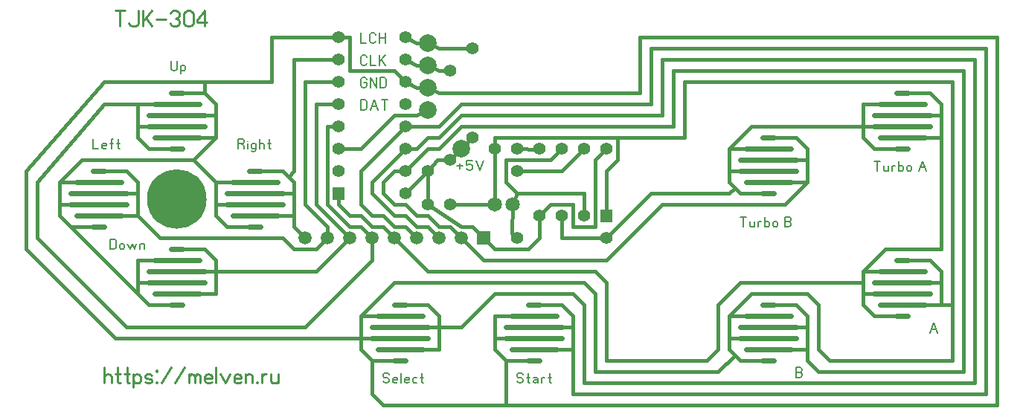
<source format=gbr>
%FSLAX34Y34*%
%MOMM*%
%LNCOPPER_TOP*%
G71*
G01*
%ADD10C,0.206*%
%ADD11C,0.400*%
%ADD12C,1.400*%
%ADD13C,2.000*%
%ADD14C,1.520*%
%ADD15C,0.600*%
%ADD16C,1.400*%
%ADD17C,1.640*%
%ADD18C,0.222*%
%LPD*%
G54D10*
X528400Y285344D02*
X535334Y285344D01*
G54D10*
X531867Y288233D02*
X531867Y282455D01*
G54D10*
X546311Y291844D02*
X539378Y291844D01*
X539378Y286788D01*
X540244Y286788D01*
X541978Y287511D01*
X543711Y287511D01*
X545444Y286788D01*
X546311Y285344D01*
X546311Y282455D01*
X545444Y281011D01*
X543711Y280288D01*
X541978Y280288D01*
X540244Y281011D01*
X539378Y282455D01*
G54D10*
X550354Y291844D02*
X554688Y280288D01*
X559021Y291844D01*
G54D10*
X422567Y380428D02*
X426033Y380428D01*
X426033Y376817D01*
X425167Y375372D01*
X423433Y374650D01*
X421700Y374650D01*
X419967Y375372D01*
X419100Y376817D01*
X419100Y384039D01*
X419967Y385483D01*
X421700Y386206D01*
X423433Y386206D01*
X425167Y385483D01*
X426033Y384039D01*
G54D10*
X430077Y374650D02*
X430077Y386206D01*
X437010Y374650D01*
X437010Y386206D01*
G54D10*
X441054Y374650D02*
X441054Y386206D01*
X445387Y386206D01*
X447121Y385483D01*
X447987Y384039D01*
X447987Y376817D01*
X447121Y375372D01*
X445387Y374650D01*
X441054Y374650D01*
G54D10*
X419100Y437006D02*
X419100Y425450D01*
X425167Y425450D01*
G54D10*
X436144Y427617D02*
X435278Y426172D01*
X433544Y425450D01*
X431811Y425450D01*
X430078Y426172D01*
X429211Y427617D01*
X429211Y434839D01*
X430078Y436283D01*
X431811Y437006D01*
X433544Y437006D01*
X435278Y436283D01*
X436144Y434839D01*
G54D10*
X440188Y425450D02*
X440188Y437006D01*
G54D10*
X447121Y425450D02*
X447121Y437006D01*
G54D10*
X440188Y431228D02*
X447121Y431228D01*
G54D10*
X426033Y402217D02*
X425167Y400772D01*
X423433Y400050D01*
X421700Y400050D01*
X419967Y400772D01*
X419100Y402217D01*
X419100Y409439D01*
X419967Y410883D01*
X421700Y411606D01*
X423433Y411606D01*
X425167Y410883D01*
X426033Y409439D01*
G54D10*
X430077Y411606D02*
X430077Y400050D01*
X436144Y400050D01*
G54D10*
X440188Y400050D02*
X440188Y411606D01*
G54D10*
X440188Y403661D02*
X447121Y411606D01*
G54D10*
X442788Y405828D02*
X447121Y400050D01*
G54D10*
X419100Y349250D02*
X419100Y360806D01*
X423433Y360806D01*
X425167Y360083D01*
X426033Y358639D01*
X426033Y351417D01*
X425167Y349972D01*
X423433Y349250D01*
X419100Y349250D01*
G54D10*
X430077Y349250D02*
X434410Y360806D01*
X438744Y349250D01*
G54D10*
X431810Y353583D02*
X437010Y353583D01*
G54D10*
X446255Y349250D02*
X446255Y360806D01*
G54D10*
X442788Y360806D02*
X449721Y360806D01*
G54D11*
X431800Y203200D02*
X431800Y177800D01*
X355600Y101600D01*
X152400Y101600D01*
X50800Y203200D01*
X50800Y266700D01*
X127000Y355600D01*
X165100Y355600D01*
G54D11*
X393700Y381000D02*
X355600Y381000D01*
X355600Y241300D01*
X381000Y215900D01*
X381000Y203200D01*
X368300Y190500D01*
X342900Y190500D01*
X330200Y203200D01*
X190500Y203200D01*
X165100Y228600D01*
G54D11*
X393700Y406400D02*
X342900Y406400D01*
X342900Y279400D01*
X336550Y273050D01*
G54D11*
X406400Y203200D02*
X368300Y165100D01*
X241300Y165100D01*
G36*
X386700Y247000D02*
X386700Y261000D01*
X400700Y261000D01*
X400700Y247000D01*
X386700Y247000D01*
G37*
X393700Y279400D02*
G54D12*
D03*
X393700Y304800D02*
G54D12*
D03*
X393700Y330200D02*
G54D12*
D03*
X393700Y355600D02*
G54D12*
D03*
X393700Y381000D02*
G54D12*
D03*
X393700Y406400D02*
G54D12*
D03*
X393700Y431800D02*
G54D12*
D03*
X469900Y431800D02*
G54D12*
D03*
X469900Y406400D02*
G54D12*
D03*
X469900Y381000D02*
G54D12*
D03*
X469900Y355600D02*
G54D12*
D03*
X469900Y330200D02*
G54D12*
D03*
X469900Y304800D02*
G54D12*
D03*
X469900Y279400D02*
G54D12*
D03*
X469900Y254000D02*
G54D12*
D03*
X533400Y304800D02*
G54D13*
D03*
X495300Y400050D02*
G54D13*
D03*
G54D11*
X469900Y406400D02*
X482600Y400050D01*
X495300Y400050D01*
G36*
X705500Y221600D02*
X691500Y221600D01*
X691500Y235600D01*
X705500Y235600D01*
X705500Y221600D01*
G37*
X673100Y228600D02*
G54D12*
D03*
X647700Y228600D02*
G54D12*
D03*
X622300Y228600D02*
G54D12*
D03*
X622300Y304800D02*
G54D12*
D03*
X647700Y304800D02*
G54D12*
D03*
X673100Y304800D02*
G54D12*
D03*
X698500Y304800D02*
G54D12*
D03*
G54D11*
X469900Y279400D02*
X495300Y304800D01*
X508000Y304800D01*
X533400Y330200D01*
X774700Y330200D01*
X774700Y393700D01*
X1104900Y393700D01*
X1104900Y50800D01*
X939800Y50800D01*
X927100Y63500D01*
X927100Y76200D01*
G54D11*
X990600Y152400D02*
X850900Y152400D01*
X825500Y127000D01*
X825500Y76200D01*
X812800Y63500D01*
X698500Y63500D01*
X698500Y152400D01*
X685800Y165100D01*
X495300Y165100D01*
X457200Y203200D01*
G54D11*
X844550Y69850D02*
X825500Y50800D01*
X685800Y50800D01*
X685800Y139700D01*
X673100Y152400D01*
X457200Y152400D01*
X419100Y114300D01*
G54D11*
X469900Y304800D02*
X482600Y304800D01*
X495300Y317500D01*
X508000Y317500D01*
X533400Y342900D01*
X762000Y342900D01*
X762000Y406400D01*
X1117600Y406400D01*
X1117600Y38100D01*
X673100Y38100D01*
X673100Y127000D01*
X660400Y139700D01*
X571500Y139700D01*
X533400Y101600D01*
X508000Y101600D01*
G54D11*
X469900Y330200D02*
X508000Y330200D01*
X533400Y355600D01*
X749300Y355600D01*
X749300Y419100D01*
X1130300Y419100D01*
X1130300Y25400D01*
X660400Y25400D01*
X660400Y76200D01*
G54D11*
X393700Y431800D02*
X317500Y431800D01*
X317500Y381000D01*
X127000Y381000D01*
X38100Y279400D01*
X38100Y190500D01*
X139700Y88900D01*
X419100Y88900D01*
X419100Y76200D01*
X431800Y63500D01*
X431800Y25400D01*
X444500Y12700D01*
X1143000Y12700D01*
X1143000Y431800D01*
X736600Y431800D01*
X736600Y368300D01*
X508000Y368300D01*
X495300Y374650D01*
X495300Y349250D02*
G54D13*
D03*
G54D11*
X393700Y304800D02*
X419100Y304800D01*
X457200Y342900D01*
X482600Y342900D01*
X495300Y349250D01*
X495300Y425450D02*
G54D13*
D03*
G36*
X566400Y195600D02*
X551200Y195600D01*
X551200Y210800D01*
X566400Y210800D01*
X566400Y195600D01*
G37*
X533400Y203200D02*
G54D14*
D03*
X508000Y203200D02*
G54D14*
D03*
X482600Y203200D02*
G54D14*
D03*
X457200Y203200D02*
G54D14*
D03*
X431800Y203200D02*
G54D14*
D03*
X406400Y203200D02*
G54D14*
D03*
X381000Y203200D02*
G54D14*
D03*
X355600Y203200D02*
G54D14*
D03*
G54D15*
X889000Y127000D02*
X876300Y127000D01*
G54D15*
X908050Y114300D02*
X857250Y114300D01*
G54D15*
X850900Y101600D02*
X914400Y101600D01*
G54D15*
X914400Y88900D02*
X850900Y88900D01*
G54D15*
X857250Y76200D02*
X908050Y76200D01*
G54D15*
X889000Y63500D02*
X876300Y63500D01*
G54D11*
X908050Y76200D02*
X927100Y76200D01*
X927100Y114300D01*
X914400Y127000D01*
X889000Y127000D01*
G54D11*
X857250Y114300D02*
X838200Y114300D01*
X838200Y76200D01*
X850900Y63500D01*
X876300Y63500D01*
G54D11*
X927100Y101600D02*
X914400Y101600D01*
G54D11*
X838200Y88900D02*
X850900Y88900D01*
G54D10*
X914400Y44450D02*
X914400Y56006D01*
X918734Y56006D01*
X920467Y55283D01*
X921334Y53839D01*
X921334Y52394D01*
X920467Y50950D01*
X918734Y50228D01*
X920467Y49506D01*
X921334Y48061D01*
X921334Y46617D01*
X920467Y45172D01*
X918734Y44450D01*
X914400Y44450D01*
G54D10*
X914400Y50228D02*
X918734Y50228D01*
G54D15*
X1041400Y177800D02*
X1028700Y177800D01*
G54D15*
X1060450Y165100D02*
X1009650Y165100D01*
G54D15*
X1003300Y152400D02*
X1066800Y152400D01*
G54D15*
X1066800Y139700D02*
X1003300Y139700D01*
G54D15*
X1009650Y127000D02*
X1060450Y127000D01*
G54D15*
X1041400Y114300D02*
X1028700Y114300D01*
G54D11*
X1060450Y127000D02*
X1079500Y127000D01*
X1079500Y165100D01*
X1066800Y177800D01*
X1041400Y177800D01*
G54D11*
X1009650Y165100D02*
X990600Y165100D01*
X990600Y127000D01*
X1003300Y114300D01*
X1028700Y114300D01*
G54D11*
X1079500Y152400D02*
X1066800Y152400D01*
G54D11*
X990600Y139700D02*
X1003300Y139700D01*
G54D10*
X1066800Y95250D02*
X1071133Y106806D01*
X1075467Y95250D01*
G54D10*
X1068533Y99583D02*
X1073733Y99583D01*
G54D15*
X622300Y127000D02*
X609600Y127000D01*
G54D15*
X641350Y114300D02*
X590550Y114300D01*
G54D15*
X584200Y101600D02*
X647700Y101600D01*
G54D15*
X647700Y88900D02*
X584200Y88900D01*
G54D15*
X590550Y76200D02*
X641350Y76200D01*
G54D15*
X622300Y63500D02*
X609600Y63500D01*
G54D11*
X641350Y76200D02*
X660400Y76200D01*
X660400Y114300D01*
X647700Y127000D01*
X622300Y127000D01*
G54D11*
X590550Y114300D02*
X571500Y114300D01*
X571500Y76200D01*
X584200Y63500D01*
X609600Y63500D01*
G54D11*
X660400Y101600D02*
X647700Y101600D01*
G54D11*
X571500Y88900D02*
X584200Y88900D01*
G54D10*
X596900Y40267D02*
X597767Y38822D01*
X599500Y38100D01*
X601233Y38100D01*
X602967Y38822D01*
X603833Y40267D01*
X603833Y41711D01*
X602967Y43156D01*
X601233Y43878D01*
X599500Y43878D01*
X597767Y44600D01*
X596900Y46044D01*
X596900Y47489D01*
X597767Y48933D01*
X599500Y49656D01*
X601233Y49656D01*
X602967Y48933D01*
X603833Y47489D01*
G54D10*
X609610Y49656D02*
X609610Y38822D01*
X610477Y38100D01*
X611344Y38389D01*
G54D10*
X607877Y44600D02*
X611344Y44600D01*
G54D10*
X615388Y43878D02*
X617121Y44600D01*
X619201Y44600D01*
X620588Y43156D01*
X620588Y38100D01*
G54D10*
X620588Y40267D02*
X619721Y41711D01*
X617988Y42000D01*
X616255Y41711D01*
X615388Y40267D01*
X615735Y38822D01*
X617121Y38100D01*
X617988Y38100D01*
X618335Y38100D01*
X619721Y38822D01*
X620588Y40267D01*
G54D10*
X624632Y38100D02*
X624632Y44600D01*
G54D10*
X624632Y43156D02*
X626365Y44600D01*
X628099Y44600D01*
G54D10*
X633876Y49656D02*
X633876Y38822D01*
X634743Y38100D01*
X635610Y38389D01*
G54D10*
X632143Y44600D02*
X635610Y44600D01*
G54D15*
X469900Y127000D02*
X457200Y127000D01*
G54D15*
X488950Y114300D02*
X438150Y114300D01*
G54D15*
X431800Y101600D02*
X495300Y101600D01*
G54D15*
X495300Y88900D02*
X431800Y88900D01*
G54D15*
X438150Y76200D02*
X488950Y76200D01*
G54D15*
X469900Y63500D02*
X457200Y63500D01*
G54D11*
X488950Y76200D02*
X508000Y76200D01*
X508000Y114300D01*
X495300Y127000D01*
X469900Y127000D01*
G54D11*
X438150Y114300D02*
X419100Y114300D01*
X419100Y76200D01*
X431800Y63500D01*
X457200Y63500D01*
G54D11*
X508000Y101600D02*
X495300Y101600D01*
G54D11*
X419100Y88900D02*
X431800Y88900D01*
G54D10*
X444500Y40267D02*
X445367Y38822D01*
X447100Y38100D01*
X448833Y38100D01*
X450567Y38822D01*
X451433Y40267D01*
X451433Y41711D01*
X450567Y43156D01*
X448833Y43878D01*
X447100Y43878D01*
X445367Y44600D01*
X444500Y46044D01*
X444500Y47489D01*
X445367Y48933D01*
X447100Y49656D01*
X448833Y49656D01*
X450567Y48933D01*
X451433Y47489D01*
G54D10*
X460677Y38822D02*
X459290Y38100D01*
X457557Y38100D01*
X455824Y38822D01*
X455477Y40267D01*
X455477Y42722D01*
X456344Y44167D01*
X458077Y44600D01*
X459810Y44167D01*
X460677Y43156D01*
X460677Y41711D01*
X455477Y41711D01*
G54D10*
X464721Y38100D02*
X464721Y49656D01*
G54D10*
X473965Y38822D02*
X472578Y38100D01*
X470845Y38100D01*
X469112Y38822D01*
X468765Y40267D01*
X468765Y42722D01*
X469632Y44167D01*
X471365Y44600D01*
X473098Y44167D01*
X473965Y43156D01*
X473965Y41711D01*
X468765Y41711D01*
G54D10*
X482342Y44167D02*
X480609Y44600D01*
X478876Y44167D01*
X478009Y42722D01*
X478009Y39833D01*
X478876Y38389D01*
X480609Y38100D01*
X482342Y38389D01*
G54D10*
X488119Y49656D02*
X488119Y38822D01*
X488986Y38100D01*
X489853Y38389D01*
G54D10*
X486386Y44600D02*
X489853Y44600D01*
G54D11*
X838200Y114300D02*
X863600Y139700D01*
X927100Y139700D01*
X939800Y127000D01*
X939800Y76200D01*
X952500Y63500D01*
X1092200Y63500D01*
X1092200Y127000D01*
X1079500Y127000D01*
G54D11*
X584200Y63500D02*
X584200Y12700D01*
G54D11*
X1079500Y317500D02*
X1079500Y190500D01*
X1016000Y190500D01*
X990600Y165100D01*
G54D15*
X215900Y190500D02*
X203200Y190500D01*
G54D15*
X234950Y177800D02*
X184150Y177800D01*
G54D15*
X177800Y165100D02*
X241300Y165100D01*
G54D15*
X241300Y152400D02*
X177800Y152400D01*
G54D15*
X184150Y139700D02*
X234950Y139700D01*
G54D15*
X215900Y127000D02*
X203200Y127000D01*
G54D11*
X234950Y139700D02*
X254000Y139700D01*
X254000Y177800D01*
X241300Y190500D01*
X215900Y190500D01*
G54D11*
X184150Y177800D02*
X165100Y177800D01*
X165100Y139700D01*
X177800Y127000D01*
X203200Y127000D01*
G54D11*
X254000Y165100D02*
X241300Y165100D01*
G54D11*
X165100Y152400D02*
X177800Y152400D01*
G54D10*
X133350Y190500D02*
X133350Y202056D01*
X137683Y202056D01*
X139417Y201333D01*
X140283Y199889D01*
X140283Y192667D01*
X139417Y191222D01*
X137683Y190500D01*
X133350Y190500D01*
G54D10*
X149527Y192233D02*
X149527Y195122D01*
X148660Y196567D01*
X146927Y197000D01*
X145194Y196567D01*
X144327Y195122D01*
X144327Y192233D01*
X145194Y190789D01*
X146927Y190500D01*
X148660Y190789D01*
X149527Y192233D01*
G54D10*
X153571Y197000D02*
X156171Y190500D01*
X158771Y197000D01*
X161371Y190500D01*
X163104Y197000D01*
G54D10*
X167148Y190500D02*
X167148Y197000D01*
G54D10*
X167148Y195556D02*
X168015Y196567D01*
X169748Y197000D01*
X171481Y196567D01*
X172348Y195556D01*
X172348Y190500D01*
G54D15*
X127000Y279400D02*
X114300Y279400D01*
G54D15*
X146050Y266700D02*
X95250Y266700D01*
G54D15*
X88900Y254000D02*
X152400Y254000D01*
G54D15*
X152400Y241300D02*
X88900Y241300D01*
G54D15*
X95250Y228600D02*
X146050Y228600D01*
G54D15*
X127000Y215900D02*
X114300Y215900D01*
G54D11*
X146050Y228600D02*
X165100Y228600D01*
X165100Y266700D01*
X152400Y279400D01*
X127000Y279400D01*
G54D11*
X95250Y266700D02*
X76200Y266700D01*
X76200Y228600D01*
X88900Y215900D01*
X114300Y215900D01*
G54D11*
X165100Y254000D02*
X152400Y254000D01*
G54D11*
X76200Y241300D02*
X88900Y241300D01*
G54D10*
X114300Y316356D02*
X114300Y304800D01*
X120367Y304800D01*
G54D10*
X129611Y305522D02*
X128224Y304800D01*
X126491Y304800D01*
X124758Y305522D01*
X124411Y306967D01*
X124411Y309422D01*
X125278Y310867D01*
X127011Y311300D01*
X128744Y310867D01*
X129611Y309856D01*
X129611Y308411D01*
X124411Y308411D01*
G54D10*
X135388Y304800D02*
X135388Y315633D01*
X136255Y316356D01*
X137122Y315922D01*
G54D10*
X133655Y311300D02*
X137122Y311300D01*
G54D10*
X142899Y316356D02*
X142899Y305522D01*
X143766Y304800D01*
X144633Y305089D01*
G54D10*
X141166Y311300D02*
X144633Y311300D01*
G54D15*
X304800Y279400D02*
X292100Y279400D01*
G54D15*
X323850Y266700D02*
X273050Y266700D01*
G54D15*
X266700Y254000D02*
X330200Y254000D01*
G54D15*
X330200Y241300D02*
X266700Y241300D01*
G54D15*
X273050Y228600D02*
X323850Y228600D01*
G54D15*
X304800Y215900D02*
X292100Y215900D01*
G54D11*
X323850Y228600D02*
X342900Y228600D01*
X342900Y266700D01*
X330200Y279400D01*
X304800Y279400D01*
G54D11*
X273050Y266700D02*
X254000Y266700D01*
X254000Y228600D01*
X266700Y215900D01*
X292100Y215900D01*
G54D11*
X342900Y254000D02*
X330200Y254000D01*
G54D11*
X254000Y241300D02*
X266700Y241300D01*
G54D10*
X282867Y310578D02*
X285467Y309133D01*
X286333Y307689D01*
X286333Y304800D01*
G54D10*
X279400Y304800D02*
X279400Y316356D01*
X283733Y316356D01*
X285467Y315633D01*
X286333Y314189D01*
X286333Y312744D01*
X285467Y311300D01*
X283733Y310578D01*
X279400Y310578D01*
G54D10*
X290377Y304800D02*
X290377Y311300D01*
G54D10*
X290377Y313467D02*
X290377Y313467D01*
G54D10*
X294421Y302633D02*
X296154Y301911D01*
X297368Y301911D01*
X299101Y302633D01*
X299621Y304078D01*
X299621Y311300D01*
G54D10*
X299621Y309422D02*
X298754Y310867D01*
X297021Y311300D01*
X295288Y310867D01*
X294421Y309422D01*
X294421Y306533D01*
X295288Y305089D01*
X297021Y304800D01*
X298754Y305089D01*
X299621Y306533D01*
G54D10*
X303665Y304800D02*
X303665Y316356D01*
G54D10*
X303665Y309422D02*
X304532Y310867D01*
X306265Y311300D01*
X307998Y310867D01*
X308865Y309422D01*
X308865Y304800D01*
G54D10*
X314642Y316356D02*
X314642Y305522D01*
X315509Y304800D01*
X316376Y305089D01*
G54D10*
X312909Y311300D02*
X316376Y311300D01*
G54D15*
X215900Y368300D02*
X203200Y368300D01*
G54D15*
X234950Y355600D02*
X184150Y355600D01*
G54D15*
X177800Y342900D02*
X241300Y342900D01*
G54D15*
X241300Y330200D02*
X177800Y330200D01*
G54D15*
X184150Y317500D02*
X234950Y317500D01*
G54D15*
X215900Y304800D02*
X203200Y304800D01*
G54D11*
X234950Y317500D02*
X254000Y317500D01*
X254000Y355600D01*
X241300Y368300D01*
X215900Y368300D01*
G54D11*
X184150Y355600D02*
X165100Y355600D01*
X165100Y317500D01*
X177800Y304800D01*
X203200Y304800D01*
G54D11*
X254000Y342900D02*
X241300Y342900D01*
G54D11*
X165100Y330200D02*
X177800Y330200D01*
G54D10*
X203200Y405256D02*
X203200Y395867D01*
X204067Y394422D01*
X205800Y393700D01*
X207533Y393700D01*
X209267Y394422D01*
X210133Y395867D01*
X210133Y405256D01*
G54D10*
X214177Y400200D02*
X214177Y390811D01*
G54D10*
X214177Y395867D02*
X215044Y393989D01*
X216777Y393700D01*
X218510Y393989D01*
X219377Y395433D01*
X219377Y398322D01*
X218510Y399767D01*
X216777Y400200D01*
X215044Y399767D01*
X214177Y398033D01*
G54D11*
G75*
G01X241300Y247650D02*
G03X241300Y247650I-31750J0D01*
G01*
G36*
G75*
G01X241300Y247650D02*
G03X241300Y247650I-31750J0D01*
G01*
G37*
X241300Y247650D01*
G54D11*
X165100Y139700D02*
X88900Y215900D01*
G54D11*
X76200Y266700D02*
X101600Y292100D01*
X228600Y292100D01*
X254000Y317500D01*
G54D11*
X254000Y266700D02*
X228600Y292100D01*
G54D11*
X241300Y368300D02*
X241300Y381000D01*
G54D11*
X393700Y330200D02*
X381000Y330200D01*
X381000Y241300D01*
X382080Y240884D01*
X393700Y228600D01*
X406400Y215900D01*
X419100Y215900D01*
X431800Y203200D01*
G54D11*
X546100Y317500D02*
X520700Y292100D01*
X506400Y292100D01*
X495300Y279400D01*
X469900Y254000D01*
G54D11*
X647700Y228600D02*
X647700Y203200D01*
X698500Y203200D01*
G54D11*
X1079500Y127000D02*
X1092200Y127000D01*
X1092200Y381000D01*
X787400Y381000D01*
X787400Y317500D01*
X571500Y317500D01*
X571500Y241300D01*
G54D11*
X342900Y228600D02*
X342900Y215900D01*
X355600Y203200D01*
G54D11*
X469900Y330200D02*
X419100Y279400D01*
X419100Y241300D01*
X431800Y228600D01*
X444500Y228600D01*
X457200Y215900D01*
X469900Y215900D01*
X482600Y203200D01*
G54D11*
X469900Y304800D02*
X431800Y266700D01*
X431800Y254000D01*
X457200Y228600D01*
X469900Y228600D01*
X482600Y215900D01*
X495300Y215900D01*
X508000Y203200D01*
G54D11*
X393700Y355600D02*
X368300Y355600D01*
X368300Y241300D01*
X406400Y203200D01*
G54D11*
X393700Y254000D02*
X393700Y241300D01*
X406400Y228600D01*
X419100Y228600D01*
X431800Y215900D01*
X444500Y215900D01*
X457200Y203200D01*
G54D11*
X469900Y279400D02*
X457200Y279400D01*
X444500Y266700D01*
X444500Y254000D01*
X457200Y241300D01*
X469900Y241300D01*
X482600Y228600D01*
X495300Y228600D01*
X508000Y215900D01*
X520700Y215900D01*
X533400Y203200D01*
X495300Y279400D02*
G54D16*
D03*
X596900Y279400D02*
G54D16*
D03*
X596900Y203200D02*
G54D16*
D03*
X698500Y203200D02*
G54D16*
D03*
G54D11*
X844550Y260350D02*
X838200Y254000D01*
X749300Y254000D01*
X698500Y203200D01*
X571500Y241300D02*
G54D17*
D03*
X591600Y241300D02*
G54D17*
D03*
G54D11*
X558800Y203200D02*
X571500Y190500D01*
X609600Y190500D01*
X622300Y203200D01*
X622300Y228600D01*
G54D11*
X673100Y228600D02*
X673100Y254000D01*
X596900Y254000D01*
X584200Y266700D01*
X584200Y292100D01*
X635000Y292100D01*
X647700Y304800D01*
G54D11*
X596900Y279400D02*
X647700Y279400D01*
X673100Y304800D01*
G54D11*
X495300Y425450D02*
X482600Y425450D01*
X469900Y431800D01*
G54D11*
X533400Y203200D02*
X558800Y177800D01*
X698500Y177800D01*
X762000Y241300D01*
X901700Y241300D01*
X927100Y266700D01*
G54D15*
X889000Y317500D02*
X876300Y317500D01*
G54D15*
X908050Y304800D02*
X857250Y304800D01*
G54D15*
X850900Y292100D02*
X914400Y292100D01*
G54D15*
X914400Y279400D02*
X850900Y279400D01*
G54D15*
X857250Y266700D02*
X908050Y266700D01*
G54D15*
X889000Y254000D02*
X876300Y254000D01*
G54D11*
X908050Y266700D02*
X927100Y266700D01*
X927100Y304800D01*
X914400Y317500D01*
X889000Y317500D01*
G54D11*
X857250Y304800D02*
X838200Y304800D01*
X838200Y266700D01*
X850900Y254000D01*
X876300Y254000D01*
G54D11*
X927100Y292100D02*
X914400Y292100D01*
G54D11*
X838200Y279400D02*
X850900Y279400D01*
G54D10*
X854367Y215900D02*
X854367Y227456D01*
G54D10*
X850900Y227456D02*
X857833Y227456D01*
G54D10*
X867077Y222400D02*
X867077Y215900D01*
G54D10*
X867077Y217344D02*
X866210Y216189D01*
X864477Y215900D01*
X862744Y216189D01*
X861877Y217344D01*
X861877Y222400D01*
G54D10*
X871121Y215900D02*
X871121Y222400D01*
G54D10*
X871121Y220956D02*
X872854Y222400D01*
X874588Y222400D01*
G54D10*
X878632Y215900D02*
X878632Y227456D01*
G54D10*
X878632Y220522D02*
X879499Y221967D01*
X881232Y222400D01*
X882965Y221967D01*
X883832Y220522D01*
X883832Y217633D01*
X882965Y216189D01*
X881232Y215900D01*
X879499Y216189D01*
X878632Y217633D01*
G54D10*
X893076Y217633D02*
X893076Y220522D01*
X892209Y221967D01*
X890476Y222400D01*
X888743Y221967D01*
X887876Y220522D01*
X887876Y217633D01*
X888743Y216189D01*
X890476Y215900D01*
X892209Y216189D01*
X893076Y217633D01*
G54D10*
X901337Y215900D02*
X901337Y227456D01*
X905670Y227456D01*
X907404Y226733D01*
X908270Y225289D01*
X908270Y223844D01*
X907404Y222400D01*
X905670Y221678D01*
X907404Y220956D01*
X908270Y219511D01*
X908270Y218067D01*
X907404Y216622D01*
X905670Y215900D01*
X901337Y215900D01*
G54D10*
X901337Y221678D02*
X905670Y221678D01*
G54D15*
X1041400Y368300D02*
X1028700Y368300D01*
G54D15*
X1060450Y355600D02*
X1009650Y355600D01*
G54D15*
X1003300Y342900D02*
X1066800Y342900D01*
G54D15*
X1066800Y330200D02*
X1003300Y330200D01*
G54D15*
X1009650Y317500D02*
X1060450Y317500D01*
G54D15*
X1041400Y304800D02*
X1028700Y304800D01*
G54D11*
X1060450Y317500D02*
X1079500Y317500D01*
X1079500Y355600D01*
X1066800Y368300D01*
X1041400Y368300D01*
G54D11*
X1009650Y355600D02*
X990600Y355600D01*
X990600Y317500D01*
X1003300Y304800D01*
X1028700Y304800D01*
G54D11*
X1079500Y342900D02*
X1066800Y342900D01*
G54D11*
X990600Y330200D02*
X1003300Y330200D01*
G54D10*
X1006767Y279400D02*
X1006767Y290956D01*
G54D10*
X1003300Y290956D02*
X1010233Y290956D01*
G54D10*
X1019477Y285900D02*
X1019477Y279400D01*
G54D10*
X1019477Y280844D02*
X1018610Y279689D01*
X1016877Y279400D01*
X1015144Y279689D01*
X1014277Y280844D01*
X1014277Y285900D01*
G54D10*
X1023521Y279400D02*
X1023521Y285900D01*
G54D10*
X1023521Y284456D02*
X1025254Y285900D01*
X1026988Y285900D01*
G54D10*
X1031032Y279400D02*
X1031032Y290956D01*
G54D10*
X1031032Y284022D02*
X1031899Y285467D01*
X1033632Y285900D01*
X1035365Y285467D01*
X1036232Y284022D01*
X1036232Y281133D01*
X1035365Y279689D01*
X1033632Y279400D01*
X1031899Y279689D01*
X1031032Y281133D01*
G54D10*
X1045476Y281133D02*
X1045476Y284022D01*
X1044609Y285467D01*
X1042876Y285900D01*
X1041143Y285467D01*
X1040276Y284022D01*
X1040276Y281133D01*
X1041143Y279689D01*
X1042876Y279400D01*
X1044609Y279689D01*
X1045476Y281133D01*
G54D10*
X1053737Y279400D02*
X1058070Y290956D01*
X1062404Y279400D01*
G54D10*
X1055470Y283733D02*
X1060670Y283733D01*
G54D11*
X838200Y304800D02*
X863600Y330200D01*
X990600Y330200D01*
X495300Y374650D02*
G54D13*
D03*
G54D11*
X469900Y381000D02*
X457200Y393700D01*
X406400Y393700D01*
X406400Y431800D01*
X393700Y431800D01*
X520700Y292100D02*
G54D16*
D03*
X520700Y393700D02*
G54D16*
D03*
X546100Y317500D02*
G54D16*
D03*
X546100Y419100D02*
G54D16*
D03*
G54D11*
X495300Y425450D02*
X508000Y419100D01*
X546100Y419100D01*
G54D11*
X495300Y400050D02*
X508000Y393700D01*
X520700Y393700D01*
G54D11*
X622300Y228600D02*
X635000Y241300D01*
X660400Y241300D01*
X660400Y215900D01*
X685800Y215900D01*
X685800Y292100D01*
X698500Y304800D01*
G54D11*
X698500Y228600D02*
X698500Y279400D01*
X711200Y292100D01*
X711200Y317500D01*
G54D11*
X591600Y241300D02*
X596900Y254000D01*
G54D11*
X591600Y241300D02*
X591224Y208876D01*
X596900Y203200D01*
G54D11*
X520700Y241300D02*
X571500Y241300D01*
G54D11*
X495300Y279400D02*
X495300Y241300D01*
X533400Y215900D01*
X546100Y215900D01*
X558800Y203200D01*
G54D11*
X609202Y304424D02*
X621924Y304424D01*
X622300Y304800D01*
G54D11*
X596900Y304800D02*
X621924Y304424D01*
X622300Y304800D01*
G54D11*
X469900Y381000D02*
X482600Y374650D01*
X495300Y374650D01*
G54D18*
X127000Y38100D02*
X127000Y55878D01*
G54D18*
X127000Y45211D02*
X128333Y47433D01*
X131000Y48100D01*
X133667Y47433D01*
X135000Y45211D01*
X135000Y38100D01*
G54D18*
X142556Y55878D02*
X142556Y39211D01*
X143889Y38100D01*
X145222Y38544D01*
G54D18*
X139889Y48100D02*
X145222Y48100D01*
G54D18*
X152778Y55878D02*
X152778Y39211D01*
X154111Y38100D01*
X155444Y38544D01*
G54D18*
X150111Y48100D02*
X155444Y48100D01*
G54D18*
X160333Y48100D02*
X160333Y33656D01*
G54D18*
X160333Y41433D02*
X161666Y38544D01*
X164333Y38100D01*
X167000Y38544D01*
X168333Y40767D01*
X168333Y45211D01*
X167000Y47433D01*
X164333Y48100D01*
X161666Y47433D01*
X160333Y44767D01*
G54D18*
X173222Y39211D02*
X175889Y38100D01*
X178555Y38100D01*
X181222Y39211D01*
X181222Y41433D01*
X179889Y42544D01*
X174555Y43656D01*
X173222Y44767D01*
X173222Y46989D01*
X175889Y48100D01*
X178555Y48100D01*
X181222Y46989D01*
G54D18*
X186111Y38100D02*
X187178Y38100D01*
X187178Y38989D01*
X186111Y38989D01*
X186111Y38100D01*
G54D18*
X187178Y51433D02*
X186111Y51433D01*
X186111Y52322D01*
X187178Y52322D01*
X187178Y51433D01*
G54D18*
X192067Y38100D02*
X202734Y55878D01*
G54D18*
X207623Y38100D02*
X218290Y55878D01*
G54D18*
X223179Y38100D02*
X223179Y48100D01*
G54D18*
X223179Y46322D02*
X225846Y48100D01*
X228512Y47433D01*
X229846Y45878D01*
X229846Y38100D01*
G54D18*
X229846Y46322D02*
X232512Y48100D01*
X235179Y47433D01*
X236512Y45878D01*
X236512Y38100D01*
G54D18*
X249401Y39211D02*
X247268Y38100D01*
X244601Y38100D01*
X241934Y39211D01*
X241401Y41433D01*
X241401Y45211D01*
X242734Y47433D01*
X245401Y48100D01*
X248068Y47433D01*
X249401Y45878D01*
X249401Y43656D01*
X241401Y43656D01*
G54D18*
X254290Y38100D02*
X254290Y55878D01*
G54D18*
X259179Y48100D02*
X264512Y38100D01*
X269846Y48100D01*
G54D18*
X282735Y39211D02*
X280602Y38100D01*
X277935Y38100D01*
X275268Y39211D01*
X274735Y41433D01*
X274735Y45211D01*
X276068Y47433D01*
X278735Y48100D01*
X281402Y47433D01*
X282735Y45878D01*
X282735Y43656D01*
X274735Y43656D01*
G54D18*
X287624Y38100D02*
X287624Y48100D01*
G54D18*
X287624Y45878D02*
X288957Y47433D01*
X291624Y48100D01*
X294291Y47433D01*
X295624Y45878D01*
X295624Y38100D01*
G54D18*
X301580Y38100D02*
X300513Y38100D01*
X300513Y38989D01*
X301580Y38989D01*
X301580Y38100D01*
X300513Y38100D01*
G54D18*
X306469Y38100D02*
X306469Y48100D01*
G54D18*
X306469Y45878D02*
X309136Y48100D01*
X311802Y48100D01*
G54D18*
X324691Y48100D02*
X324691Y38100D01*
G54D18*
X324691Y40322D02*
X323358Y38544D01*
X320691Y38100D01*
X318024Y38544D01*
X316691Y40322D01*
X316691Y48100D01*
G54D18*
X145033Y444500D02*
X145033Y462278D01*
G54D18*
X139700Y462278D02*
X150367Y462278D01*
G54D18*
X165923Y462278D02*
X165923Y447833D01*
X164589Y445611D01*
X161923Y444500D01*
X159256Y444500D01*
X156589Y445611D01*
X155256Y447833D01*
G54D18*
X170812Y444500D02*
X170812Y462278D01*
G54D18*
X170812Y450056D02*
X181479Y462278D01*
G54D18*
X174812Y453389D02*
X181479Y444500D01*
G54D18*
X186368Y452278D02*
X197035Y452278D01*
G54D18*
X201924Y458944D02*
X203257Y461167D01*
X205924Y462278D01*
X208591Y462278D01*
X211257Y461167D01*
X212591Y458944D01*
X212591Y456722D01*
X211257Y454500D01*
X208591Y453389D01*
X211257Y452278D01*
X212591Y450056D01*
X212591Y447833D01*
X211257Y445611D01*
X208591Y444500D01*
X205924Y444500D01*
X203257Y445611D01*
X201924Y447833D01*
G54D18*
X228147Y458944D02*
X228147Y447833D01*
X226813Y445611D01*
X224147Y444500D01*
X221480Y444500D01*
X218813Y445611D01*
X217480Y447833D01*
X217480Y458944D01*
X218813Y461167D01*
X221480Y462278D01*
X224147Y462278D01*
X226813Y461167D01*
X228147Y458944D01*
G54D18*
X241036Y444500D02*
X241036Y462278D01*
X233036Y451167D01*
X233036Y448944D01*
X243703Y448944D01*
X596900Y304800D02*
G54D16*
D03*
X571500Y304800D02*
G54D16*
D03*
X520700Y241300D02*
G54D16*
D03*
X495300Y241300D02*
G54D16*
D03*
M02*

</source>
